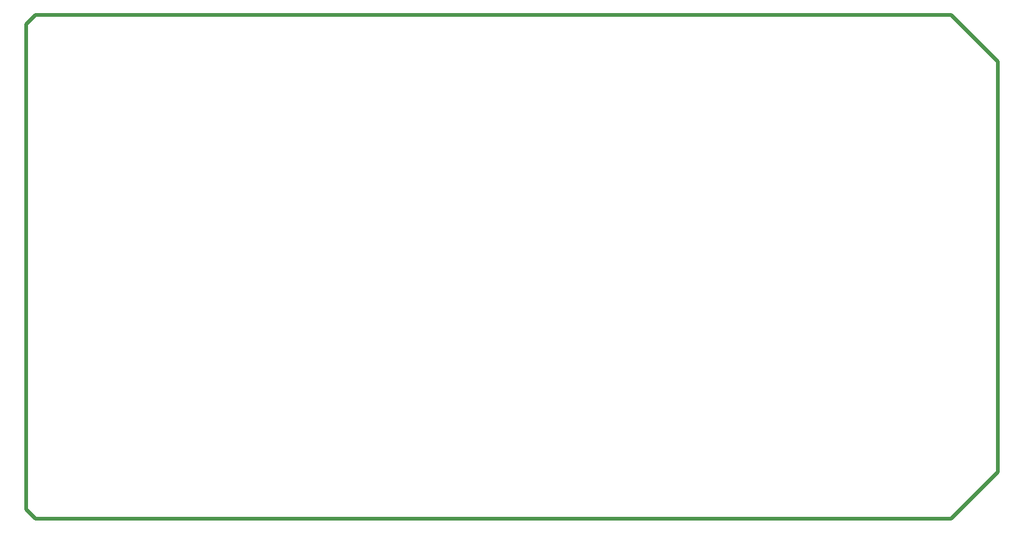
<source format=gko>
G04*
G04 #@! TF.GenerationSoftware,Altium Limited,Altium Designer,21.9.1 (22)*
G04*
G04 Layer_Color=16711935*
%FSLAX25Y25*%
%MOIN*%
G70*
G04*
G04 #@! TF.SameCoordinates,50B6A3CF-B94D-4474-A8DC-352AAF9BB712*
G04*
G04*
G04 #@! TF.FilePolarity,Positive*
G04*
G01*
G75*
%ADD25C,0.02000*%
D25*
X100000Y365000D02*
X100000Y105000D01*
X105000Y100000D01*
X595000Y100000D01*
X620000Y125000D01*
X620000Y345000D01*
X595000Y370000D02*
X620000Y345000D01*
X105000Y370000D02*
X595000D01*
X100000Y365000D02*
X105000Y370000D01*
M02*

</source>
